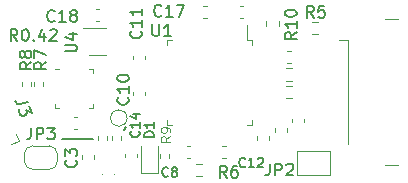
<source format=gbr>
%TF.GenerationSoftware,KiCad,Pcbnew,7.0.7*%
%TF.CreationDate,2024-04-01T13:08:00+02:00*%
%TF.ProjectId,ovrdrive,6f767264-7269-4766-952e-6b696361645f,rev?*%
%TF.SameCoordinates,Original*%
%TF.FileFunction,Legend,Top*%
%TF.FilePolarity,Positive*%
%FSLAX46Y46*%
G04 Gerber Fmt 4.6, Leading zero omitted, Abs format (unit mm)*
G04 Created by KiCad (PCBNEW 7.0.7) date 2024-04-01 13:08:00*
%MOMM*%
%LPD*%
G01*
G04 APERTURE LIST*
%ADD10C,0.150000*%
%ADD11C,0.125000*%
%ADD12C,0.120000*%
%ADD13C,0.100000*%
G04 APERTURE END LIST*
D10*
X113008207Y-99869819D02*
X112674874Y-99393628D01*
X112436779Y-99869819D02*
X112436779Y-98869819D01*
X112436779Y-98869819D02*
X112817731Y-98869819D01*
X112817731Y-98869819D02*
X112912969Y-98917438D01*
X112912969Y-98917438D02*
X112960588Y-98965057D01*
X112960588Y-98965057D02*
X113008207Y-99060295D01*
X113008207Y-99060295D02*
X113008207Y-99203152D01*
X113008207Y-99203152D02*
X112960588Y-99298390D01*
X112960588Y-99298390D02*
X112912969Y-99346009D01*
X112912969Y-99346009D02*
X112817731Y-99393628D01*
X112817731Y-99393628D02*
X112436779Y-99393628D01*
X113627255Y-98869819D02*
X113722493Y-98869819D01*
X113722493Y-98869819D02*
X113817731Y-98917438D01*
X113817731Y-98917438D02*
X113865350Y-98965057D01*
X113865350Y-98965057D02*
X113912969Y-99060295D01*
X113912969Y-99060295D02*
X113960588Y-99250771D01*
X113960588Y-99250771D02*
X113960588Y-99488866D01*
X113960588Y-99488866D02*
X113912969Y-99679342D01*
X113912969Y-99679342D02*
X113865350Y-99774580D01*
X113865350Y-99774580D02*
X113817731Y-99822200D01*
X113817731Y-99822200D02*
X113722493Y-99869819D01*
X113722493Y-99869819D02*
X113627255Y-99869819D01*
X113627255Y-99869819D02*
X113532017Y-99822200D01*
X113532017Y-99822200D02*
X113484398Y-99774580D01*
X113484398Y-99774580D02*
X113436779Y-99679342D01*
X113436779Y-99679342D02*
X113389160Y-99488866D01*
X113389160Y-99488866D02*
X113389160Y-99250771D01*
X113389160Y-99250771D02*
X113436779Y-99060295D01*
X113436779Y-99060295D02*
X113484398Y-98965057D01*
X113484398Y-98965057D02*
X113532017Y-98917438D01*
X113532017Y-98917438D02*
X113627255Y-98869819D01*
X114389160Y-99774580D02*
X114436779Y-99822200D01*
X114436779Y-99822200D02*
X114389160Y-99869819D01*
X114389160Y-99869819D02*
X114341541Y-99822200D01*
X114341541Y-99822200D02*
X114389160Y-99774580D01*
X114389160Y-99774580D02*
X114389160Y-99869819D01*
X115293921Y-99203152D02*
X115293921Y-99869819D01*
X115055826Y-98822200D02*
X114817731Y-99536485D01*
X114817731Y-99536485D02*
X115436778Y-99536485D01*
X115770112Y-98965057D02*
X115817731Y-98917438D01*
X115817731Y-98917438D02*
X115912969Y-98869819D01*
X115912969Y-98869819D02*
X116151064Y-98869819D01*
X116151064Y-98869819D02*
X116246302Y-98917438D01*
X116246302Y-98917438D02*
X116293921Y-98965057D01*
X116293921Y-98965057D02*
X116341540Y-99060295D01*
X116341540Y-99060295D02*
X116341540Y-99155533D01*
X116341540Y-99155533D02*
X116293921Y-99298390D01*
X116293921Y-99298390D02*
X115722493Y-99869819D01*
X115722493Y-99869819D02*
X116341540Y-99869819D01*
X116800000Y-108200000D02*
X119400000Y-108200000D01*
X122200000Y-107200000D02*
X122000000Y-107400000D01*
X124562295Y-107990475D02*
X123762295Y-107990475D01*
X123762295Y-107990475D02*
X123762295Y-107799999D01*
X123762295Y-107799999D02*
X123800390Y-107685713D01*
X123800390Y-107685713D02*
X123876580Y-107609523D01*
X123876580Y-107609523D02*
X123952771Y-107571428D01*
X123952771Y-107571428D02*
X124105152Y-107533332D01*
X124105152Y-107533332D02*
X124219438Y-107533332D01*
X124219438Y-107533332D02*
X124371819Y-107571428D01*
X124371819Y-107571428D02*
X124448009Y-107609523D01*
X124448009Y-107609523D02*
X124524200Y-107685713D01*
X124524200Y-107685713D02*
X124562295Y-107799999D01*
X124562295Y-107799999D02*
X124562295Y-107990475D01*
X124562295Y-106771428D02*
X124562295Y-107228571D01*
X124562295Y-106999999D02*
X123762295Y-106999999D01*
X123762295Y-106999999D02*
X123876580Y-107076190D01*
X123876580Y-107076190D02*
X123952771Y-107152380D01*
X123952771Y-107152380D02*
X123990866Y-107228571D01*
X125207142Y-97709580D02*
X125159523Y-97757200D01*
X125159523Y-97757200D02*
X125016666Y-97804819D01*
X125016666Y-97804819D02*
X124921428Y-97804819D01*
X124921428Y-97804819D02*
X124778571Y-97757200D01*
X124778571Y-97757200D02*
X124683333Y-97661961D01*
X124683333Y-97661961D02*
X124635714Y-97566723D01*
X124635714Y-97566723D02*
X124588095Y-97376247D01*
X124588095Y-97376247D02*
X124588095Y-97233390D01*
X124588095Y-97233390D02*
X124635714Y-97042914D01*
X124635714Y-97042914D02*
X124683333Y-96947676D01*
X124683333Y-96947676D02*
X124778571Y-96852438D01*
X124778571Y-96852438D02*
X124921428Y-96804819D01*
X124921428Y-96804819D02*
X125016666Y-96804819D01*
X125016666Y-96804819D02*
X125159523Y-96852438D01*
X125159523Y-96852438D02*
X125207142Y-96900057D01*
X126159523Y-97804819D02*
X125588095Y-97804819D01*
X125873809Y-97804819D02*
X125873809Y-96804819D01*
X125873809Y-96804819D02*
X125778571Y-96947676D01*
X125778571Y-96947676D02*
X125683333Y-97042914D01*
X125683333Y-97042914D02*
X125588095Y-97090533D01*
X126492857Y-96804819D02*
X127159523Y-96804819D01*
X127159523Y-96804819D02*
X126730952Y-97804819D01*
X116157142Y-98159580D02*
X116109523Y-98207200D01*
X116109523Y-98207200D02*
X115966666Y-98254819D01*
X115966666Y-98254819D02*
X115871428Y-98254819D01*
X115871428Y-98254819D02*
X115728571Y-98207200D01*
X115728571Y-98207200D02*
X115633333Y-98111961D01*
X115633333Y-98111961D02*
X115585714Y-98016723D01*
X115585714Y-98016723D02*
X115538095Y-97826247D01*
X115538095Y-97826247D02*
X115538095Y-97683390D01*
X115538095Y-97683390D02*
X115585714Y-97492914D01*
X115585714Y-97492914D02*
X115633333Y-97397676D01*
X115633333Y-97397676D02*
X115728571Y-97302438D01*
X115728571Y-97302438D02*
X115871428Y-97254819D01*
X115871428Y-97254819D02*
X115966666Y-97254819D01*
X115966666Y-97254819D02*
X116109523Y-97302438D01*
X116109523Y-97302438D02*
X116157142Y-97350057D01*
X117109523Y-98254819D02*
X116538095Y-98254819D01*
X116823809Y-98254819D02*
X116823809Y-97254819D01*
X116823809Y-97254819D02*
X116728571Y-97397676D01*
X116728571Y-97397676D02*
X116633333Y-97492914D01*
X116633333Y-97492914D02*
X116538095Y-97540533D01*
X117680952Y-97683390D02*
X117585714Y-97635771D01*
X117585714Y-97635771D02*
X117538095Y-97588152D01*
X117538095Y-97588152D02*
X117490476Y-97492914D01*
X117490476Y-97492914D02*
X117490476Y-97445295D01*
X117490476Y-97445295D02*
X117538095Y-97350057D01*
X117538095Y-97350057D02*
X117585714Y-97302438D01*
X117585714Y-97302438D02*
X117680952Y-97254819D01*
X117680952Y-97254819D02*
X117871428Y-97254819D01*
X117871428Y-97254819D02*
X117966666Y-97302438D01*
X117966666Y-97302438D02*
X118014285Y-97350057D01*
X118014285Y-97350057D02*
X118061904Y-97445295D01*
X118061904Y-97445295D02*
X118061904Y-97492914D01*
X118061904Y-97492914D02*
X118014285Y-97588152D01*
X118014285Y-97588152D02*
X117966666Y-97635771D01*
X117966666Y-97635771D02*
X117871428Y-97683390D01*
X117871428Y-97683390D02*
X117680952Y-97683390D01*
X117680952Y-97683390D02*
X117585714Y-97731009D01*
X117585714Y-97731009D02*
X117538095Y-97778628D01*
X117538095Y-97778628D02*
X117490476Y-97873866D01*
X117490476Y-97873866D02*
X117490476Y-98064342D01*
X117490476Y-98064342D02*
X117538095Y-98159580D01*
X117538095Y-98159580D02*
X117585714Y-98207200D01*
X117585714Y-98207200D02*
X117680952Y-98254819D01*
X117680952Y-98254819D02*
X117871428Y-98254819D01*
X117871428Y-98254819D02*
X117966666Y-98207200D01*
X117966666Y-98207200D02*
X118014285Y-98159580D01*
X118014285Y-98159580D02*
X118061904Y-98064342D01*
X118061904Y-98064342D02*
X118061904Y-97873866D01*
X118061904Y-97873866D02*
X118014285Y-97778628D01*
X118014285Y-97778628D02*
X117966666Y-97731009D01*
X117966666Y-97731009D02*
X117871428Y-97683390D01*
X138083333Y-97904819D02*
X137750000Y-97428628D01*
X137511905Y-97904819D02*
X137511905Y-96904819D01*
X137511905Y-96904819D02*
X137892857Y-96904819D01*
X137892857Y-96904819D02*
X137988095Y-96952438D01*
X137988095Y-96952438D02*
X138035714Y-97000057D01*
X138035714Y-97000057D02*
X138083333Y-97095295D01*
X138083333Y-97095295D02*
X138083333Y-97238152D01*
X138083333Y-97238152D02*
X138035714Y-97333390D01*
X138035714Y-97333390D02*
X137988095Y-97381009D01*
X137988095Y-97381009D02*
X137892857Y-97428628D01*
X137892857Y-97428628D02*
X137511905Y-97428628D01*
X138988095Y-96904819D02*
X138511905Y-96904819D01*
X138511905Y-96904819D02*
X138464286Y-97381009D01*
X138464286Y-97381009D02*
X138511905Y-97333390D01*
X138511905Y-97333390D02*
X138607143Y-97285771D01*
X138607143Y-97285771D02*
X138845238Y-97285771D01*
X138845238Y-97285771D02*
X138940476Y-97333390D01*
X138940476Y-97333390D02*
X138988095Y-97381009D01*
X138988095Y-97381009D02*
X139035714Y-97476247D01*
X139035714Y-97476247D02*
X139035714Y-97714342D01*
X139035714Y-97714342D02*
X138988095Y-97809580D01*
X138988095Y-97809580D02*
X138940476Y-97857200D01*
X138940476Y-97857200D02*
X138845238Y-97904819D01*
X138845238Y-97904819D02*
X138607143Y-97904819D01*
X138607143Y-97904819D02*
X138511905Y-97857200D01*
X138511905Y-97857200D02*
X138464286Y-97809580D01*
X115454819Y-101666666D02*
X114978628Y-101999999D01*
X115454819Y-102238094D02*
X114454819Y-102238094D01*
X114454819Y-102238094D02*
X114454819Y-101857142D01*
X114454819Y-101857142D02*
X114502438Y-101761904D01*
X114502438Y-101761904D02*
X114550057Y-101714285D01*
X114550057Y-101714285D02*
X114645295Y-101666666D01*
X114645295Y-101666666D02*
X114788152Y-101666666D01*
X114788152Y-101666666D02*
X114883390Y-101714285D01*
X114883390Y-101714285D02*
X114931009Y-101761904D01*
X114931009Y-101761904D02*
X114978628Y-101857142D01*
X114978628Y-101857142D02*
X114978628Y-102238094D01*
X114454819Y-101333332D02*
X114454819Y-100666666D01*
X114454819Y-100666666D02*
X115454819Y-101095237D01*
X114166666Y-107204819D02*
X114166666Y-107919104D01*
X114166666Y-107919104D02*
X114119047Y-108061961D01*
X114119047Y-108061961D02*
X114023809Y-108157200D01*
X114023809Y-108157200D02*
X113880952Y-108204819D01*
X113880952Y-108204819D02*
X113785714Y-108204819D01*
X114642857Y-108204819D02*
X114642857Y-107204819D01*
X114642857Y-107204819D02*
X115023809Y-107204819D01*
X115023809Y-107204819D02*
X115119047Y-107252438D01*
X115119047Y-107252438D02*
X115166666Y-107300057D01*
X115166666Y-107300057D02*
X115214285Y-107395295D01*
X115214285Y-107395295D02*
X115214285Y-107538152D01*
X115214285Y-107538152D02*
X115166666Y-107633390D01*
X115166666Y-107633390D02*
X115119047Y-107681009D01*
X115119047Y-107681009D02*
X115023809Y-107728628D01*
X115023809Y-107728628D02*
X114642857Y-107728628D01*
X115547619Y-107204819D02*
X116166666Y-107204819D01*
X116166666Y-107204819D02*
X115833333Y-107585771D01*
X115833333Y-107585771D02*
X115976190Y-107585771D01*
X115976190Y-107585771D02*
X116071428Y-107633390D01*
X116071428Y-107633390D02*
X116119047Y-107681009D01*
X116119047Y-107681009D02*
X116166666Y-107776247D01*
X116166666Y-107776247D02*
X116166666Y-108014342D01*
X116166666Y-108014342D02*
X116119047Y-108109580D01*
X116119047Y-108109580D02*
X116071428Y-108157200D01*
X116071428Y-108157200D02*
X115976190Y-108204819D01*
X115976190Y-108204819D02*
X115690476Y-108204819D01*
X115690476Y-108204819D02*
X115595238Y-108157200D01*
X115595238Y-108157200D02*
X115547619Y-108109580D01*
X122359580Y-104642857D02*
X122407200Y-104690476D01*
X122407200Y-104690476D02*
X122454819Y-104833333D01*
X122454819Y-104833333D02*
X122454819Y-104928571D01*
X122454819Y-104928571D02*
X122407200Y-105071428D01*
X122407200Y-105071428D02*
X122311961Y-105166666D01*
X122311961Y-105166666D02*
X122216723Y-105214285D01*
X122216723Y-105214285D02*
X122026247Y-105261904D01*
X122026247Y-105261904D02*
X121883390Y-105261904D01*
X121883390Y-105261904D02*
X121692914Y-105214285D01*
X121692914Y-105214285D02*
X121597676Y-105166666D01*
X121597676Y-105166666D02*
X121502438Y-105071428D01*
X121502438Y-105071428D02*
X121454819Y-104928571D01*
X121454819Y-104928571D02*
X121454819Y-104833333D01*
X121454819Y-104833333D02*
X121502438Y-104690476D01*
X121502438Y-104690476D02*
X121550057Y-104642857D01*
X122454819Y-103690476D02*
X122454819Y-104261904D01*
X122454819Y-103976190D02*
X121454819Y-103976190D01*
X121454819Y-103976190D02*
X121597676Y-104071428D01*
X121597676Y-104071428D02*
X121692914Y-104166666D01*
X121692914Y-104166666D02*
X121740533Y-104261904D01*
X121454819Y-103071428D02*
X121454819Y-102976190D01*
X121454819Y-102976190D02*
X121502438Y-102880952D01*
X121502438Y-102880952D02*
X121550057Y-102833333D01*
X121550057Y-102833333D02*
X121645295Y-102785714D01*
X121645295Y-102785714D02*
X121835771Y-102738095D01*
X121835771Y-102738095D02*
X122073866Y-102738095D01*
X122073866Y-102738095D02*
X122264342Y-102785714D01*
X122264342Y-102785714D02*
X122359580Y-102833333D01*
X122359580Y-102833333D02*
X122407200Y-102880952D01*
X122407200Y-102880952D02*
X122454819Y-102976190D01*
X122454819Y-102976190D02*
X122454819Y-103071428D01*
X122454819Y-103071428D02*
X122407200Y-103166666D01*
X122407200Y-103166666D02*
X122359580Y-103214285D01*
X122359580Y-103214285D02*
X122264342Y-103261904D01*
X122264342Y-103261904D02*
X122073866Y-103309523D01*
X122073866Y-103309523D02*
X121835771Y-103309523D01*
X121835771Y-103309523D02*
X121645295Y-103261904D01*
X121645295Y-103261904D02*
X121550057Y-103214285D01*
X121550057Y-103214285D02*
X121502438Y-103166666D01*
X121502438Y-103166666D02*
X121454819Y-103071428D01*
X117054819Y-100761904D02*
X117864342Y-100761904D01*
X117864342Y-100761904D02*
X117959580Y-100714285D01*
X117959580Y-100714285D02*
X118007200Y-100666666D01*
X118007200Y-100666666D02*
X118054819Y-100571428D01*
X118054819Y-100571428D02*
X118054819Y-100380952D01*
X118054819Y-100380952D02*
X118007200Y-100285714D01*
X118007200Y-100285714D02*
X117959580Y-100238095D01*
X117959580Y-100238095D02*
X117864342Y-100190476D01*
X117864342Y-100190476D02*
X117054819Y-100190476D01*
X117388152Y-99285714D02*
X118054819Y-99285714D01*
X117007200Y-99523809D02*
X117721485Y-99761904D01*
X117721485Y-99761904D02*
X117721485Y-99142857D01*
X113898295Y-105000306D02*
X113227086Y-105244606D01*
X113227086Y-105244606D02*
X113076558Y-105248718D01*
X113076558Y-105248718D02*
X112954490Y-105191797D01*
X112954490Y-105191797D02*
X112860883Y-105073842D01*
X112860883Y-105073842D02*
X112828309Y-104984348D01*
X114028589Y-105358284D02*
X114240315Y-105939998D01*
X114240315Y-105939998D02*
X113768331Y-105757061D01*
X113768331Y-105757061D02*
X113817191Y-105891303D01*
X113817191Y-105891303D02*
X113805017Y-105997084D01*
X113805017Y-105997084D02*
X113776556Y-106058118D01*
X113776556Y-106058118D02*
X113703348Y-106135439D01*
X113703348Y-106135439D02*
X113479612Y-106216872D01*
X113479612Y-106216872D02*
X113373831Y-106204698D01*
X113373831Y-106204698D02*
X113312797Y-106176237D01*
X113312797Y-106176237D02*
X113235476Y-106103030D01*
X113235476Y-106103030D02*
X113137756Y-105834546D01*
X113137756Y-105834546D02*
X113149930Y-105728765D01*
X113149930Y-105728765D02*
X113178391Y-105667731D01*
X125766667Y-111286104D02*
X125728571Y-111324200D01*
X125728571Y-111324200D02*
X125614286Y-111362295D01*
X125614286Y-111362295D02*
X125538095Y-111362295D01*
X125538095Y-111362295D02*
X125423809Y-111324200D01*
X125423809Y-111324200D02*
X125347619Y-111248009D01*
X125347619Y-111248009D02*
X125309524Y-111171819D01*
X125309524Y-111171819D02*
X125271428Y-111019438D01*
X125271428Y-111019438D02*
X125271428Y-110905152D01*
X125271428Y-110905152D02*
X125309524Y-110752771D01*
X125309524Y-110752771D02*
X125347619Y-110676580D01*
X125347619Y-110676580D02*
X125423809Y-110600390D01*
X125423809Y-110600390D02*
X125538095Y-110562295D01*
X125538095Y-110562295D02*
X125614286Y-110562295D01*
X125614286Y-110562295D02*
X125728571Y-110600390D01*
X125728571Y-110600390D02*
X125766667Y-110638485D01*
X126223809Y-110905152D02*
X126147619Y-110867057D01*
X126147619Y-110867057D02*
X126109524Y-110828961D01*
X126109524Y-110828961D02*
X126071428Y-110752771D01*
X126071428Y-110752771D02*
X126071428Y-110714676D01*
X126071428Y-110714676D02*
X126109524Y-110638485D01*
X126109524Y-110638485D02*
X126147619Y-110600390D01*
X126147619Y-110600390D02*
X126223809Y-110562295D01*
X126223809Y-110562295D02*
X126376190Y-110562295D01*
X126376190Y-110562295D02*
X126452381Y-110600390D01*
X126452381Y-110600390D02*
X126490476Y-110638485D01*
X126490476Y-110638485D02*
X126528571Y-110714676D01*
X126528571Y-110714676D02*
X126528571Y-110752771D01*
X126528571Y-110752771D02*
X126490476Y-110828961D01*
X126490476Y-110828961D02*
X126452381Y-110867057D01*
X126452381Y-110867057D02*
X126376190Y-110905152D01*
X126376190Y-110905152D02*
X126223809Y-110905152D01*
X126223809Y-110905152D02*
X126147619Y-110943247D01*
X126147619Y-110943247D02*
X126109524Y-110981342D01*
X126109524Y-110981342D02*
X126071428Y-111057533D01*
X126071428Y-111057533D02*
X126071428Y-111209914D01*
X126071428Y-111209914D02*
X126109524Y-111286104D01*
X126109524Y-111286104D02*
X126147619Y-111324200D01*
X126147619Y-111324200D02*
X126223809Y-111362295D01*
X126223809Y-111362295D02*
X126376190Y-111362295D01*
X126376190Y-111362295D02*
X126452381Y-111324200D01*
X126452381Y-111324200D02*
X126490476Y-111286104D01*
X126490476Y-111286104D02*
X126528571Y-111209914D01*
X126528571Y-111209914D02*
X126528571Y-111057533D01*
X126528571Y-111057533D02*
X126490476Y-110981342D01*
X126490476Y-110981342D02*
X126452381Y-110943247D01*
X126452381Y-110943247D02*
X126376190Y-110905152D01*
X117959580Y-109966666D02*
X118007200Y-110014285D01*
X118007200Y-110014285D02*
X118054819Y-110157142D01*
X118054819Y-110157142D02*
X118054819Y-110252380D01*
X118054819Y-110252380D02*
X118007200Y-110395237D01*
X118007200Y-110395237D02*
X117911961Y-110490475D01*
X117911961Y-110490475D02*
X117816723Y-110538094D01*
X117816723Y-110538094D02*
X117626247Y-110585713D01*
X117626247Y-110585713D02*
X117483390Y-110585713D01*
X117483390Y-110585713D02*
X117292914Y-110538094D01*
X117292914Y-110538094D02*
X117197676Y-110490475D01*
X117197676Y-110490475D02*
X117102438Y-110395237D01*
X117102438Y-110395237D02*
X117054819Y-110252380D01*
X117054819Y-110252380D02*
X117054819Y-110157142D01*
X117054819Y-110157142D02*
X117102438Y-110014285D01*
X117102438Y-110014285D02*
X117150057Y-109966666D01*
X117054819Y-109633332D02*
X117054819Y-109014285D01*
X117054819Y-109014285D02*
X117435771Y-109347618D01*
X117435771Y-109347618D02*
X117435771Y-109204761D01*
X117435771Y-109204761D02*
X117483390Y-109109523D01*
X117483390Y-109109523D02*
X117531009Y-109061904D01*
X117531009Y-109061904D02*
X117626247Y-109014285D01*
X117626247Y-109014285D02*
X117864342Y-109014285D01*
X117864342Y-109014285D02*
X117959580Y-109061904D01*
X117959580Y-109061904D02*
X118007200Y-109109523D01*
X118007200Y-109109523D02*
X118054819Y-109204761D01*
X118054819Y-109204761D02*
X118054819Y-109490475D01*
X118054819Y-109490475D02*
X118007200Y-109585713D01*
X118007200Y-109585713D02*
X117959580Y-109633332D01*
X134366666Y-110254819D02*
X134366666Y-110969104D01*
X134366666Y-110969104D02*
X134319047Y-111111961D01*
X134319047Y-111111961D02*
X134223809Y-111207200D01*
X134223809Y-111207200D02*
X134080952Y-111254819D01*
X134080952Y-111254819D02*
X133985714Y-111254819D01*
X134842857Y-111254819D02*
X134842857Y-110254819D01*
X134842857Y-110254819D02*
X135223809Y-110254819D01*
X135223809Y-110254819D02*
X135319047Y-110302438D01*
X135319047Y-110302438D02*
X135366666Y-110350057D01*
X135366666Y-110350057D02*
X135414285Y-110445295D01*
X135414285Y-110445295D02*
X135414285Y-110588152D01*
X135414285Y-110588152D02*
X135366666Y-110683390D01*
X135366666Y-110683390D02*
X135319047Y-110731009D01*
X135319047Y-110731009D02*
X135223809Y-110778628D01*
X135223809Y-110778628D02*
X134842857Y-110778628D01*
X135795238Y-110350057D02*
X135842857Y-110302438D01*
X135842857Y-110302438D02*
X135938095Y-110254819D01*
X135938095Y-110254819D02*
X136176190Y-110254819D01*
X136176190Y-110254819D02*
X136271428Y-110302438D01*
X136271428Y-110302438D02*
X136319047Y-110350057D01*
X136319047Y-110350057D02*
X136366666Y-110445295D01*
X136366666Y-110445295D02*
X136366666Y-110540533D01*
X136366666Y-110540533D02*
X136319047Y-110683390D01*
X136319047Y-110683390D02*
X135747619Y-111254819D01*
X135747619Y-111254819D02*
X136366666Y-111254819D01*
D11*
X125963595Y-107933332D02*
X125582642Y-108199999D01*
X125963595Y-108390475D02*
X125163595Y-108390475D01*
X125163595Y-108390475D02*
X125163595Y-108085713D01*
X125163595Y-108085713D02*
X125201690Y-108009523D01*
X125201690Y-108009523D02*
X125239785Y-107971428D01*
X125239785Y-107971428D02*
X125315976Y-107933332D01*
X125315976Y-107933332D02*
X125430261Y-107933332D01*
X125430261Y-107933332D02*
X125506452Y-107971428D01*
X125506452Y-107971428D02*
X125544547Y-108009523D01*
X125544547Y-108009523D02*
X125582642Y-108085713D01*
X125582642Y-108085713D02*
X125582642Y-108390475D01*
X125963595Y-107552380D02*
X125963595Y-107399999D01*
X125963595Y-107399999D02*
X125925500Y-107323809D01*
X125925500Y-107323809D02*
X125887404Y-107285713D01*
X125887404Y-107285713D02*
X125773119Y-107209523D01*
X125773119Y-107209523D02*
X125620738Y-107171428D01*
X125620738Y-107171428D02*
X125315976Y-107171428D01*
X125315976Y-107171428D02*
X125239785Y-107209523D01*
X125239785Y-107209523D02*
X125201690Y-107247618D01*
X125201690Y-107247618D02*
X125163595Y-107323809D01*
X125163595Y-107323809D02*
X125163595Y-107476190D01*
X125163595Y-107476190D02*
X125201690Y-107552380D01*
X125201690Y-107552380D02*
X125239785Y-107590475D01*
X125239785Y-107590475D02*
X125315976Y-107628571D01*
X125315976Y-107628571D02*
X125506452Y-107628571D01*
X125506452Y-107628571D02*
X125582642Y-107590475D01*
X125582642Y-107590475D02*
X125620738Y-107552380D01*
X125620738Y-107552380D02*
X125658833Y-107476190D01*
X125658833Y-107476190D02*
X125658833Y-107323809D01*
X125658833Y-107323809D02*
X125620738Y-107247618D01*
X125620738Y-107247618D02*
X125582642Y-107209523D01*
X125582642Y-107209523D02*
X125506452Y-107171428D01*
D10*
X136654819Y-99142857D02*
X136178628Y-99476190D01*
X136654819Y-99714285D02*
X135654819Y-99714285D01*
X135654819Y-99714285D02*
X135654819Y-99333333D01*
X135654819Y-99333333D02*
X135702438Y-99238095D01*
X135702438Y-99238095D02*
X135750057Y-99190476D01*
X135750057Y-99190476D02*
X135845295Y-99142857D01*
X135845295Y-99142857D02*
X135988152Y-99142857D01*
X135988152Y-99142857D02*
X136083390Y-99190476D01*
X136083390Y-99190476D02*
X136131009Y-99238095D01*
X136131009Y-99238095D02*
X136178628Y-99333333D01*
X136178628Y-99333333D02*
X136178628Y-99714285D01*
X136654819Y-98190476D02*
X136654819Y-98761904D01*
X136654819Y-98476190D02*
X135654819Y-98476190D01*
X135654819Y-98476190D02*
X135797676Y-98571428D01*
X135797676Y-98571428D02*
X135892914Y-98666666D01*
X135892914Y-98666666D02*
X135940533Y-98761904D01*
X135654819Y-97571428D02*
X135654819Y-97476190D01*
X135654819Y-97476190D02*
X135702438Y-97380952D01*
X135702438Y-97380952D02*
X135750057Y-97333333D01*
X135750057Y-97333333D02*
X135845295Y-97285714D01*
X135845295Y-97285714D02*
X136035771Y-97238095D01*
X136035771Y-97238095D02*
X136273866Y-97238095D01*
X136273866Y-97238095D02*
X136464342Y-97285714D01*
X136464342Y-97285714D02*
X136559580Y-97333333D01*
X136559580Y-97333333D02*
X136607200Y-97380952D01*
X136607200Y-97380952D02*
X136654819Y-97476190D01*
X136654819Y-97476190D02*
X136654819Y-97571428D01*
X136654819Y-97571428D02*
X136607200Y-97666666D01*
X136607200Y-97666666D02*
X136559580Y-97714285D01*
X136559580Y-97714285D02*
X136464342Y-97761904D01*
X136464342Y-97761904D02*
X136273866Y-97809523D01*
X136273866Y-97809523D02*
X136035771Y-97809523D01*
X136035771Y-97809523D02*
X135845295Y-97761904D01*
X135845295Y-97761904D02*
X135750057Y-97714285D01*
X135750057Y-97714285D02*
X135702438Y-97666666D01*
X135702438Y-97666666D02*
X135654819Y-97571428D01*
X123286104Y-107514285D02*
X123324200Y-107552381D01*
X123324200Y-107552381D02*
X123362295Y-107666666D01*
X123362295Y-107666666D02*
X123362295Y-107742857D01*
X123362295Y-107742857D02*
X123324200Y-107857143D01*
X123324200Y-107857143D02*
X123248009Y-107933333D01*
X123248009Y-107933333D02*
X123171819Y-107971428D01*
X123171819Y-107971428D02*
X123019438Y-108009524D01*
X123019438Y-108009524D02*
X122905152Y-108009524D01*
X122905152Y-108009524D02*
X122752771Y-107971428D01*
X122752771Y-107971428D02*
X122676580Y-107933333D01*
X122676580Y-107933333D02*
X122600390Y-107857143D01*
X122600390Y-107857143D02*
X122562295Y-107742857D01*
X122562295Y-107742857D02*
X122562295Y-107666666D01*
X122562295Y-107666666D02*
X122600390Y-107552381D01*
X122600390Y-107552381D02*
X122638485Y-107514285D01*
X123362295Y-106752381D02*
X123362295Y-107209524D01*
X123362295Y-106980952D02*
X122562295Y-106980952D01*
X122562295Y-106980952D02*
X122676580Y-107057143D01*
X122676580Y-107057143D02*
X122752771Y-107133333D01*
X122752771Y-107133333D02*
X122790866Y-107209524D01*
X122828961Y-106066666D02*
X123362295Y-106066666D01*
X122524200Y-106257142D02*
X123095628Y-106447619D01*
X123095628Y-106447619D02*
X123095628Y-105952380D01*
X132285714Y-110486104D02*
X132247618Y-110524200D01*
X132247618Y-110524200D02*
X132133333Y-110562295D01*
X132133333Y-110562295D02*
X132057142Y-110562295D01*
X132057142Y-110562295D02*
X131942856Y-110524200D01*
X131942856Y-110524200D02*
X131866666Y-110448009D01*
X131866666Y-110448009D02*
X131828571Y-110371819D01*
X131828571Y-110371819D02*
X131790475Y-110219438D01*
X131790475Y-110219438D02*
X131790475Y-110105152D01*
X131790475Y-110105152D02*
X131828571Y-109952771D01*
X131828571Y-109952771D02*
X131866666Y-109876580D01*
X131866666Y-109876580D02*
X131942856Y-109800390D01*
X131942856Y-109800390D02*
X132057142Y-109762295D01*
X132057142Y-109762295D02*
X132133333Y-109762295D01*
X132133333Y-109762295D02*
X132247618Y-109800390D01*
X132247618Y-109800390D02*
X132285714Y-109838485D01*
X133047618Y-110562295D02*
X132590475Y-110562295D01*
X132819047Y-110562295D02*
X132819047Y-109762295D01*
X132819047Y-109762295D02*
X132742856Y-109876580D01*
X132742856Y-109876580D02*
X132666666Y-109952771D01*
X132666666Y-109952771D02*
X132590475Y-109990866D01*
X133352380Y-109838485D02*
X133390476Y-109800390D01*
X133390476Y-109800390D02*
X133466666Y-109762295D01*
X133466666Y-109762295D02*
X133657142Y-109762295D01*
X133657142Y-109762295D02*
X133733333Y-109800390D01*
X133733333Y-109800390D02*
X133771428Y-109838485D01*
X133771428Y-109838485D02*
X133809523Y-109914676D01*
X133809523Y-109914676D02*
X133809523Y-109990866D01*
X133809523Y-109990866D02*
X133771428Y-110105152D01*
X133771428Y-110105152D02*
X133314285Y-110562295D01*
X133314285Y-110562295D02*
X133809523Y-110562295D01*
X123459580Y-99042857D02*
X123507200Y-99090476D01*
X123507200Y-99090476D02*
X123554819Y-99233333D01*
X123554819Y-99233333D02*
X123554819Y-99328571D01*
X123554819Y-99328571D02*
X123507200Y-99471428D01*
X123507200Y-99471428D02*
X123411961Y-99566666D01*
X123411961Y-99566666D02*
X123316723Y-99614285D01*
X123316723Y-99614285D02*
X123126247Y-99661904D01*
X123126247Y-99661904D02*
X122983390Y-99661904D01*
X122983390Y-99661904D02*
X122792914Y-99614285D01*
X122792914Y-99614285D02*
X122697676Y-99566666D01*
X122697676Y-99566666D02*
X122602438Y-99471428D01*
X122602438Y-99471428D02*
X122554819Y-99328571D01*
X122554819Y-99328571D02*
X122554819Y-99233333D01*
X122554819Y-99233333D02*
X122602438Y-99090476D01*
X122602438Y-99090476D02*
X122650057Y-99042857D01*
X123554819Y-98090476D02*
X123554819Y-98661904D01*
X123554819Y-98376190D02*
X122554819Y-98376190D01*
X122554819Y-98376190D02*
X122697676Y-98471428D01*
X122697676Y-98471428D02*
X122792914Y-98566666D01*
X122792914Y-98566666D02*
X122840533Y-98661904D01*
X123554819Y-97138095D02*
X123554819Y-97709523D01*
X123554819Y-97423809D02*
X122554819Y-97423809D01*
X122554819Y-97423809D02*
X122697676Y-97519047D01*
X122697676Y-97519047D02*
X122792914Y-97614285D01*
X122792914Y-97614285D02*
X122840533Y-97709523D01*
X130733333Y-111454819D02*
X130400000Y-110978628D01*
X130161905Y-111454819D02*
X130161905Y-110454819D01*
X130161905Y-110454819D02*
X130542857Y-110454819D01*
X130542857Y-110454819D02*
X130638095Y-110502438D01*
X130638095Y-110502438D02*
X130685714Y-110550057D01*
X130685714Y-110550057D02*
X130733333Y-110645295D01*
X130733333Y-110645295D02*
X130733333Y-110788152D01*
X130733333Y-110788152D02*
X130685714Y-110883390D01*
X130685714Y-110883390D02*
X130638095Y-110931009D01*
X130638095Y-110931009D02*
X130542857Y-110978628D01*
X130542857Y-110978628D02*
X130161905Y-110978628D01*
X131590476Y-110454819D02*
X131400000Y-110454819D01*
X131400000Y-110454819D02*
X131304762Y-110502438D01*
X131304762Y-110502438D02*
X131257143Y-110550057D01*
X131257143Y-110550057D02*
X131161905Y-110692914D01*
X131161905Y-110692914D02*
X131114286Y-110883390D01*
X131114286Y-110883390D02*
X131114286Y-111264342D01*
X131114286Y-111264342D02*
X131161905Y-111359580D01*
X131161905Y-111359580D02*
X131209524Y-111407200D01*
X131209524Y-111407200D02*
X131304762Y-111454819D01*
X131304762Y-111454819D02*
X131495238Y-111454819D01*
X131495238Y-111454819D02*
X131590476Y-111407200D01*
X131590476Y-111407200D02*
X131638095Y-111359580D01*
X131638095Y-111359580D02*
X131685714Y-111264342D01*
X131685714Y-111264342D02*
X131685714Y-111026247D01*
X131685714Y-111026247D02*
X131638095Y-110931009D01*
X131638095Y-110931009D02*
X131590476Y-110883390D01*
X131590476Y-110883390D02*
X131495238Y-110835771D01*
X131495238Y-110835771D02*
X131304762Y-110835771D01*
X131304762Y-110835771D02*
X131209524Y-110883390D01*
X131209524Y-110883390D02*
X131161905Y-110931009D01*
X131161905Y-110931009D02*
X131114286Y-111026247D01*
X114204819Y-101666666D02*
X113728628Y-101999999D01*
X114204819Y-102238094D02*
X113204819Y-102238094D01*
X113204819Y-102238094D02*
X113204819Y-101857142D01*
X113204819Y-101857142D02*
X113252438Y-101761904D01*
X113252438Y-101761904D02*
X113300057Y-101714285D01*
X113300057Y-101714285D02*
X113395295Y-101666666D01*
X113395295Y-101666666D02*
X113538152Y-101666666D01*
X113538152Y-101666666D02*
X113633390Y-101714285D01*
X113633390Y-101714285D02*
X113681009Y-101761904D01*
X113681009Y-101761904D02*
X113728628Y-101857142D01*
X113728628Y-101857142D02*
X113728628Y-102238094D01*
X113633390Y-101095237D02*
X113585771Y-101190475D01*
X113585771Y-101190475D02*
X113538152Y-101238094D01*
X113538152Y-101238094D02*
X113442914Y-101285713D01*
X113442914Y-101285713D02*
X113395295Y-101285713D01*
X113395295Y-101285713D02*
X113300057Y-101238094D01*
X113300057Y-101238094D02*
X113252438Y-101190475D01*
X113252438Y-101190475D02*
X113204819Y-101095237D01*
X113204819Y-101095237D02*
X113204819Y-100904761D01*
X113204819Y-100904761D02*
X113252438Y-100809523D01*
X113252438Y-100809523D02*
X113300057Y-100761904D01*
X113300057Y-100761904D02*
X113395295Y-100714285D01*
X113395295Y-100714285D02*
X113442914Y-100714285D01*
X113442914Y-100714285D02*
X113538152Y-100761904D01*
X113538152Y-100761904D02*
X113585771Y-100809523D01*
X113585771Y-100809523D02*
X113633390Y-100904761D01*
X113633390Y-100904761D02*
X113633390Y-101095237D01*
X113633390Y-101095237D02*
X113681009Y-101190475D01*
X113681009Y-101190475D02*
X113728628Y-101238094D01*
X113728628Y-101238094D02*
X113823866Y-101285713D01*
X113823866Y-101285713D02*
X114014342Y-101285713D01*
X114014342Y-101285713D02*
X114109580Y-101238094D01*
X114109580Y-101238094D02*
X114157200Y-101190475D01*
X114157200Y-101190475D02*
X114204819Y-101095237D01*
X114204819Y-101095237D02*
X114204819Y-100904761D01*
X114204819Y-100904761D02*
X114157200Y-100809523D01*
X114157200Y-100809523D02*
X114109580Y-100761904D01*
X114109580Y-100761904D02*
X114014342Y-100714285D01*
X114014342Y-100714285D02*
X113823866Y-100714285D01*
X113823866Y-100714285D02*
X113728628Y-100761904D01*
X113728628Y-100761904D02*
X113681009Y-100809523D01*
X113681009Y-100809523D02*
X113633390Y-100904761D01*
X124438095Y-98454819D02*
X124438095Y-99264342D01*
X124438095Y-99264342D02*
X124485714Y-99359580D01*
X124485714Y-99359580D02*
X124533333Y-99407200D01*
X124533333Y-99407200D02*
X124628571Y-99454819D01*
X124628571Y-99454819D02*
X124819047Y-99454819D01*
X124819047Y-99454819D02*
X124914285Y-99407200D01*
X124914285Y-99407200D02*
X124961904Y-99359580D01*
X124961904Y-99359580D02*
X125009523Y-99264342D01*
X125009523Y-99264342D02*
X125009523Y-98454819D01*
X126009523Y-99454819D02*
X125438095Y-99454819D01*
X125723809Y-99454819D02*
X125723809Y-98454819D01*
X125723809Y-98454819D02*
X125628571Y-98597676D01*
X125628571Y-98597676D02*
X125533333Y-98692914D01*
X125533333Y-98692914D02*
X125438095Y-98740533D01*
D12*
%TO.C,D1*%
X123465000Y-111085000D02*
X124935000Y-111085000D01*
X124935000Y-111085000D02*
X124935000Y-108800000D01*
X123465000Y-108800000D02*
X123465000Y-111085000D01*
%TO.C,C17*%
X129040580Y-97910000D02*
X128759420Y-97910000D01*
X129040580Y-96890000D02*
X128759420Y-96890000D01*
D13*
%TO.C,D3*%
X121250000Y-111180000D02*
G75*
G03*
X121250000Y-111180000I-50000J0D01*
G01*
D12*
%TO.C,C7*%
X131859420Y-96890000D02*
X132140580Y-96890000D01*
X131859420Y-97910000D02*
X132140580Y-97910000D01*
%TO.C,C18*%
X119940580Y-98210000D02*
X119659420Y-98210000D01*
X119940580Y-97190000D02*
X119659420Y-97190000D01*
%TO.C,R4*%
X136237258Y-103222500D02*
X135762742Y-103222500D01*
X136237258Y-102177500D02*
X135762742Y-102177500D01*
%TO.C,R5*%
X138462258Y-99322500D02*
X137987742Y-99322500D01*
X138462258Y-98277500D02*
X137987742Y-98277500D01*
%TO.C,C6*%
X135810000Y-107259420D02*
X135810000Y-107540580D01*
X134790000Y-107259420D02*
X134790000Y-107540580D01*
%TO.C,R7*%
X115180000Y-103346359D02*
X115180000Y-103653641D01*
X114420000Y-103346359D02*
X114420000Y-103653641D01*
%TO.C,JP3*%
X116400000Y-109450000D02*
X116400000Y-110050000D01*
X115700000Y-110750000D02*
X114300000Y-110750000D01*
X114300000Y-108750000D02*
X115700000Y-108750000D01*
X113600000Y-110050000D02*
X113600000Y-109450000D01*
X115700000Y-110750000D02*
G75*
G03*
X116400000Y-110050000I1J699999D01*
G01*
X116400000Y-109450000D02*
G75*
G03*
X115700000Y-108750000I-699999J1D01*
G01*
X113600000Y-110050000D02*
G75*
G03*
X114300000Y-110750000I700000J0D01*
G01*
X114300000Y-108750000D02*
G75*
G03*
X113600000Y-109450000I0J-700000D01*
G01*
%TO.C,J1*%
X140980000Y-99800000D02*
X140225000Y-99800000D01*
X140980000Y-99800000D02*
X140980000Y-108600000D01*
X144150000Y-98055000D02*
X145200000Y-98055000D01*
X144150000Y-110345000D02*
X145200000Y-110345000D01*
%TO.C,C10*%
X123810000Y-104159420D02*
X123810000Y-104440580D01*
X122790000Y-104159420D02*
X122790000Y-104440580D01*
%TO.C,U4*%
X119100000Y-101060000D02*
X120500000Y-101060000D01*
X120500000Y-98740000D02*
X118600000Y-98740000D01*
%TO.C,J3*%
X113107297Y-108345157D02*
X112510592Y-108562340D01*
X112890114Y-107748452D02*
X113107297Y-108345157D01*
%TO.C,C8*%
X127640580Y-109810000D02*
X127359420Y-109810000D01*
X127640580Y-108790000D02*
X127359420Y-108790000D01*
%TO.C,C3*%
X118490000Y-109830580D02*
X118490000Y-109549420D01*
X119510000Y-109830580D02*
X119510000Y-109549420D01*
%TO.C,TP2*%
X122300000Y-106400000D02*
G75*
G03*
X122300000Y-106400000I-700000J0D01*
G01*
D13*
%TO.C,D2*%
X120250000Y-111180000D02*
G75*
G03*
X120250000Y-111180000I-50000J0D01*
G01*
D12*
%TO.C,C9*%
X137310000Y-106459420D02*
X137310000Y-106740580D01*
X136290000Y-106459420D02*
X136290000Y-106740580D01*
%TO.C,JP2*%
X139500000Y-111200000D02*
X136700000Y-111200000D01*
X139500000Y-109200000D02*
X139500000Y-111200000D01*
X136700000Y-111200000D02*
X136700000Y-109200000D01*
X136700000Y-109200000D02*
X139500000Y-109200000D01*
%TO.C,R9*%
X125880000Y-109446359D02*
X125880000Y-109753641D01*
X125120000Y-109446359D02*
X125120000Y-109753641D01*
%TO.C,R3*%
X136237258Y-104722500D02*
X135762742Y-104722500D01*
X136237258Y-103677500D02*
X135762742Y-103677500D01*
%TO.C,R10*%
X135122500Y-98162742D02*
X135122500Y-98637258D01*
X134077500Y-98162742D02*
X134077500Y-98637258D01*
%TO.C,C14*%
X122090000Y-109740580D02*
X122090000Y-109459420D01*
X123110000Y-109740580D02*
X123110000Y-109459420D01*
%TO.C,C4*%
X118065580Y-107310000D02*
X117784420Y-107310000D01*
X118065580Y-106290000D02*
X117784420Y-106290000D01*
%TO.C,C12*%
X130359420Y-108790000D02*
X130640580Y-108790000D01*
X130359420Y-109810000D02*
X130640580Y-109810000D01*
%TO.C,R1*%
X119820000Y-108243641D02*
X119820000Y-107936359D01*
X120580000Y-108243641D02*
X120580000Y-107936359D01*
%TO.C,R2*%
X121020000Y-108243641D02*
X121020000Y-107936359D01*
X121780000Y-108243641D02*
X121780000Y-107936359D01*
%TO.C,U3*%
X116215000Y-105510000D02*
X116215000Y-105185000D01*
X116540000Y-102290000D02*
X116215000Y-102290000D01*
X116540000Y-105510000D02*
X116215000Y-105510000D01*
X119110000Y-102290000D02*
X119435000Y-102290000D01*
X119110000Y-105510000D02*
X119435000Y-105510000D01*
X119435000Y-102290000D02*
X119435000Y-102615000D01*
X119435000Y-105510000D02*
X119435000Y-105185000D01*
%TO.C,C5*%
X134310000Y-107959420D02*
X134310000Y-108240580D01*
X133290000Y-107959420D02*
X133290000Y-108240580D01*
%TO.C,C11*%
X122790000Y-101440580D02*
X122790000Y-101159420D01*
X123810000Y-101440580D02*
X123810000Y-101159420D01*
%TO.C,C13*%
X135859420Y-100690000D02*
X136140580Y-100690000D01*
X135859420Y-101710000D02*
X136140580Y-101710000D01*
%TO.C,R6*%
X128637258Y-111322500D02*
X128162742Y-111322500D01*
X128637258Y-110277500D02*
X128162742Y-110277500D01*
%TO.C,R8*%
X113420000Y-103653641D02*
X113420000Y-103346359D01*
X114180000Y-103653641D02*
X114180000Y-103346359D01*
%TO.C,U1*%
X132910000Y-99790000D02*
X132460000Y-99790000D01*
X132460000Y-99790000D02*
X132460000Y-98500000D01*
X125690000Y-99790000D02*
X126140000Y-99790000D01*
X132910000Y-100240000D02*
X132910000Y-99790000D01*
X125690000Y-100240000D02*
X125690000Y-99790000D01*
X132910000Y-106560000D02*
X132910000Y-107010000D01*
X125690000Y-106560000D02*
X125690000Y-107010000D01*
X132910000Y-107010000D02*
X132460000Y-107010000D01*
X125690000Y-107010000D02*
X126140000Y-107010000D01*
%TD*%
M02*

</source>
